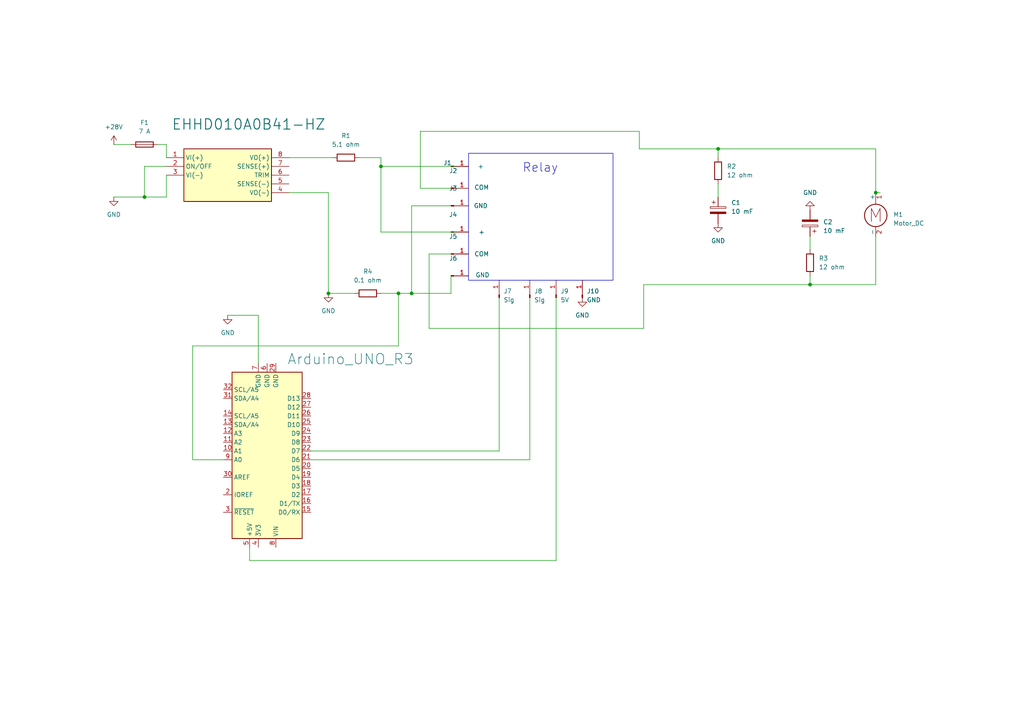
<source format=kicad_sch>
(kicad_sch (version 20250114) (generator "eeschema") (generator_version "9.0")
  (paper "A4")
  (title_block (title "Lockpin Control Schematic") (date "2025-05-30") (rev "1"))
  (lib_symbols
    (symbol "Connector:Conn_01x01_Pin" (pin_names (offset 1.016) (hide yes))
      (property "Reference" "J" (at 0 2.54 0))
      (property "Value" "Conn_01x01_Pin" (at 0 -2.54 0))
      (symbol "Conn_01x01_Pin_1_1"
        (rectangle (start 0.8636 0.127) (end 0 -0.127) (stroke (width 0.1524)) (fill (type outline)))
        (polyline (pts (xy 1.27 0) (xy 0.8636 0)) (stroke (width 0.1524)))
        (pin passive line (at 5.08 0 180) (length 3.81) (name "Pin_1") (number "1"))
      )
    )
    (symbol "Device:C_Polarized" (pin_numbers (hide yes)) (pin_names (offset 0.254))
      (property "Reference" "C" (at 0.635 2.54 0))
      (property "Value" "C_Polarized" (at 0.635 -2.54 0))
      (symbol "C_Polarized_0_1"
        (rectangle (start -2.286 0.508) (end 2.286 1.016))
        (polyline (pts (xy -1.778 2.286) (xy -0.762 2.286)))
        (polyline (pts (xy -1.27 2.794) (xy -1.27 1.778)))
        (rectangle (start 2.286 -0.508) (end -2.286 -1.016) (fill (type outline)))
      )
      (symbol "C_Polarized_1_1"
        (pin passive line (at 0 3.81 270) (length 2.794) (name "~") (number "1"))
        (pin passive line (at 0 -3.81 90) (length 2.794) (name "~") (number "2"))
      )
    )
    (symbol "Device:Fuse" (pin_numbers (hide yes)) (pin_names (offset 0))
      (property "Reference" "F" (at 2.032 0 90))
      (property "Value" "Fuse" (at -1.905 0 90))
      (symbol "Fuse_0_1"
        (rectangle (start -0.762 -2.54) (end 0.762 2.54) (stroke (width 0.254)))
        (polyline (pts (xy 0 2.54) (xy 0 -2.54)))
      )
      (symbol "Fuse_1_1"
        (pin passive line (at 0 3.81 270) (length 1.27) (name "~") (number "1"))
        (pin passive line (at 0 -3.81 90) (length 1.27) (name "~") (number "2"))
      )
    )
    (symbol "Device:R" (pin_numbers (hide yes)) (pin_names (offset 0))
      (property "Reference" "R" (at 2.032 0 90))
      (property "Value" "R" (at 0 0 90))
      (symbol "R_0_1"
        (rectangle (start -1.016 -2.54) (end 1.016 2.54) (stroke (width 0.254)))
      )
      (symbol "R_1_1"
        (pin passive line (at 0 3.81 270) (length 1.27) (name "~") (number "1"))
        (pin passive line (at 0 -3.81 90) (length 1.27) (name "~") (number "2"))
      )
    )
    (symbol "MCU_Module:Arduino_UNO_R3"
      (property "Reference" "A" (at -10.16 23.495 0))
      (property "Value" "Arduino_UNO_R3" (at 5.08 -26.67 0))
      (symbol "Arduino_UNO_R3_0_1"
        (rectangle (start -10.16 22.86) (end 10.16 -25.4) (stroke (width 0.254)) (fill (type background)))
      )
      (symbol "Arduino_UNO_R3_1_1"
        (pin bidirectional line (at -12.7 15.24 0) (length 2.54) (name "D0/RX") (number "15"))
        (pin bidirectional line (at -12.7 12.7 0) (length 2.54) (name "D1/TX") (number "16"))
        (pin bidirectional line (at -12.7 10.16 0) (length 2.54) (name "D2") (number "17"))
        (pin bidirectional line (at -12.7 7.62 0) (length 2.54) (name "D3") (number "18"))
        (pin bidirectional line (at -12.7 5.08 0) (length 2.54) (name "D4") (number "19"))
        (pin bidirectional line (at -12.7 2.54 0) (length 2.54) (name "D5") (number "20"))
        (pin bidirectional line (at -12.7 0 0) (length 2.54) (name "D6") (number "21"))
        (pin bidirectional line (at -12.7 -2.54 0) (length 2.54) (name "D7") (number "22"))
        (pin bidirectional line (at -12.7 -5.08 0) (length 2.54) (name "D8") (number "23"))
        (pin bidirectional line (at -12.7 -7.62 0) (length 2.54) (name "D9") (number "24"))
        (pin bidirectional line (at -12.7 -10.16 0) (length 2.54) (name "D10") (number "25"))
        (pin bidirectional line (at -12.7 -12.7 0) (length 2.54) (name "D11") (number "26"))
        (pin bidirectional line (at -12.7 -15.24 0) (length 2.54) (name "D12") (number "27"))
        (pin bidirectional line (at -12.7 -17.78 0) (length 2.54) (name "D13") (number "28"))
        (pin no_connect line (at -10.16 -20.32 0) (length 2.54) (hide yes) (name "NC") (number "1"))
        (pin power_in line (at -2.54 25.4 270) (length 2.54) (name "VIN") (number "8"))
        (pin power_in line (at -2.54 -27.94 90) (length 2.54) (name "GND") (number "29"))
        (pin power_in line (at 0 -27.94 90) (length 2.54) (name "GND") (number "6"))
        (pin power_out line (at 2.54 25.4 270) (length 2.54) (name "3V3") (number "4"))
        (pin power_in line (at 2.54 -27.94 90) (length 2.54) (name "GND") (number "7"))
        (pin power_out line (at 5.08 25.4 270) (length 2.54) (name "+5V") (number "5"))
        (pin input line (at 12.7 15.24 180) (length 2.54) (name "~{RESET}") (number "3"))
        (pin output line (at 12.7 10.16 180) (length 2.54) (name "IOREF") (number "2"))
        (pin input line (at 12.7 5.08 180) (length 2.54) (name "AREF") (number "30"))
        (pin bidirectional line (at 12.7 0 180) (length 2.54) (name "A0") (number "9"))
        (pin bidirectional line (at 12.7 -2.54 180) (length 2.54) (name "A1") (number "10"))
        (pin bidirectional line (at 12.7 -5.08 180) (length 2.54) (name "A2") (number "11"))
        (pin bidirectional line (at 12.7 -7.62 180) (length 2.54) (name "A3") (number "12"))
        (pin bidirectional line (at 12.7 -10.16 180) (length 2.54) (name "SDA/A4") (number "13"))
        (pin bidirectional line (at 12.7 -12.7 180) (length 2.54) (name "SCL/A5") (number "14"))
        (pin bidirectional line (at 12.7 -17.78 180) (length 2.54) (name "SDA/A4") (number "31"))
        (pin bidirectional line (at 12.7 -20.32 180) (length 2.54) (name "SCL/A5") (number "32"))
      )
    )
    (symbol "Motor:Motor_DC" (pin_names (offset 0))
      (property "Reference" "M" (at 2.54 2.54 0))
      (property "Value" "Motor_DC" (at 2.54 -5.08 0))
      (symbol "Motor_DC_0_0"
        (polyline (pts (xy -1.27 -3.302) (xy -1.27 0.508) (xy 0 -2.032) (xy 1.27 0.508) (xy 1.27 -3.302)))
      )
      (symbol "Motor_DC_0_1"
        (polyline (pts (xy 0 2.032) (xy 0 2.54)))
        (polyline (pts (xy 0 1.7272) (xy 0 2.0828)))
        (circle (center 0 -1.524) (radius 3.2512) (stroke (width 0.254)))
        (polyline (pts (xy 0 -4.7752) (xy 0 -5.1816)))
        (polyline (pts (xy 0 -7.62) (xy 0 -7.112)))
      )
      (symbol "Motor_DC_1_1"
        (pin passive line (at 0 5.08 270) (length 2.54) (name "+") (number "1"))
        (pin passive line (at 0 -7.62 90) (length 2.54) (name "-") (number "2"))
      )
    )
    (symbol "custom:EHHD010A0B41-HZ"
      (property "Reference" "T" (at 31.75 7.62 0))
      (property "Value" "EHHD010A0B41-HZ" (at 31.75 5.08 0))
      (symbol "EHHD010A0B41-HZ_1_1"
        (rectangle (start 5.08 2.54) (end 30.48 -12.7) (stroke (width 0.254)) (fill (type background)))
        (pin passive line (at 0 0 0) (length 5.08) (name "VI(+)") (number "1"))
        (pin passive line (at 0 -2.54 0) (length 5.08) (name "ON/OFF") (number "2"))
        (pin passive line (at 0 -5.08 0) (length 5.08) (name "VI(-)") (number "3"))
        (pin passive line (at 35.56 0 180) (length 5.08) (name "VO(+)") (number "8"))
        (pin passive line (at 35.56 -2.54 180) (length 5.08) (name "SENSE(+)") (number "7"))
        (pin passive line (at 35.56 -5.08 180) (length 5.08) (name "TRIM") (number "6"))
        (pin passive line (at 35.56 -7.62 180) (length 5.08) (name "SENSE(-)") (number "5"))
        (pin passive line (at 35.56 -10.16 180) (length 5.08) (name "VO(-)") (number "4"))
      )
    )
    (symbol "power:+28V" (power) (pin_numbers (hide yes)) (pin_names (offset 0) (hide yes))
      (property "Value" "+28V" (at 0 3.556 0))
      (symbol "+28V_0_1"
        (polyline (pts (xy -0.762 1.27) (xy 0 2.54)))
        (polyline (pts (xy 0 2.54) (xy 0.762 1.27)))
        (polyline (pts (xy 0 0) (xy 0 2.54)))
      )
      (symbol "+28V_1_1"
        (pin power_in line (at 0 0 90) (length 0) (name "~") (number "1"))
      )
    )
    (symbol "power:GND" (power) (pin_numbers (hide yes)) (pin_names (offset 0) (hide yes))
      (property "Value" "GND" (at 0 -3.81 0))
      (symbol "GND_0_1"
        (polyline (pts (xy 0 0) (xy 0 -1.27) (xy 1.27 -1.27) (xy 0 -2.54) (xy -1.27 -1.27) (xy 0 -1.27)))
      )
      (symbol "GND_1_1"
        (pin power_in line (at 0 0 270) (length 0) (name "~") (number "1"))
      )
    )
  )
  (rectangle (start 135.89 44.45) (end 177.8 81.28))
  (text "Relay\n" (at 156.718 48.768 0) (effects (font (size 2.54 2.54))))
  (junction (at 208.28 43.18))
  (junction (at 95.25 85.09))
  (junction (at 110.49 48.26))
  (junction (at 41.91 57.15))
  (junction (at 119.38 85.09))
  (junction (at 115.57 85.09))
  (junction (at 254 55.88))
  (junction (at 234.95 82.55))
  (wire (pts (xy 74.93 105.41) (xy 74.93 91.44)))
  (wire (pts (xy 55.88 100.33) (xy 115.57 100.33)))
  (wire (pts (xy 95.25 85.09) (xy 102.87 85.09)))
  (wire (pts (xy 72.39 158.75) (xy 72.39 162.56)))
  (wire (pts (xy 130.81 54.61) (xy 121.92 54.61)))
  (wire (pts (xy 33.02 57.15) (xy 41.91 57.15)))
  (wire (pts (xy 119.38 85.09) (xy 130.81 85.09)))
  (wire (pts (xy 55.88 133.35) (xy 55.88 100.33)))
  (wire (pts (xy 234.95 82.55) (xy 254 82.55)))
  (wire (pts (xy 72.39 162.56) (xy 161.29 162.56)))
  (wire (pts (xy 208.28 43.18) (xy 208.28 45.72)))
  (wire (pts (xy 208.28 43.18) (xy 254 43.18)))
  (wire (pts (xy 83.82 55.88) (xy 95.25 55.88)))
  (wire (pts (xy 144.78 86.36) (xy 144.78 130.81)))
  (wire (pts (xy 130.81 80.01) (xy 130.81 85.09)))
  (wire (pts (xy 121.92 54.61) (xy 121.92 38.1)))
  (wire (pts (xy 185.42 38.1) (xy 185.42 43.18)))
  (wire (pts (xy 185.42 43.18) (xy 208.28 43.18)))
  (wire (pts (xy 208.28 53.34) (xy 208.28 57.15)))
  (wire (pts (xy 90.17 130.81) (xy 144.78 130.81)))
  (wire (pts (xy 41.91 48.26) (xy 41.91 57.15)))
  (wire (pts (xy 234.95 68.58) (xy 234.95 72.39)))
  (wire (pts (xy 41.91 57.15) (xy 48.26 57.15)))
  (wire (pts (xy 74.93 91.44) (xy 66.04 91.44)))
  (wire (pts (xy 115.57 85.09) (xy 115.57 100.33)))
  (wire (pts (xy 48.26 57.15) (xy 48.26 50.8)))
  (wire (pts (xy 64.77 133.35) (xy 55.88 133.35)))
  (wire (pts (xy 95.25 55.88) (xy 95.25 85.09)))
  (wire (pts (xy 130.81 59.69) (xy 119.38 59.69)))
  (wire (pts (xy 104.14 45.72) (xy 110.49 45.72)))
  (wire (pts (xy 110.49 48.26) (xy 110.49 45.72)))
  (wire (pts (xy 83.82 45.72) (xy 96.52 45.72)))
  (wire (pts (xy 48.26 48.26) (xy 41.91 48.26)))
  (wire (pts (xy 45.72 41.91) (xy 48.26 41.91)))
  (wire (pts (xy 130.81 73.66) (xy 124.46 73.66)))
  (wire (pts (xy 161.29 86.36) (xy 161.29 162.56)))
  (wire (pts (xy 254 55.88) (xy 255.27 55.88)))
  (wire (pts (xy 48.26 41.91) (xy 48.26 45.72)))
  (wire (pts (xy 110.49 48.26) (xy 132.08 48.26)))
  (wire (pts (xy 124.46 95.25) (xy 186.69 95.25)))
  (wire (pts (xy 234.95 80.01) (xy 234.95 82.55)))
  (wire (pts (xy 132.08 67.31) (xy 110.49 67.31)))
  (wire (pts (xy 121.92 38.1) (xy 185.42 38.1)))
  (wire (pts (xy 153.67 86.36) (xy 153.67 133.35)))
  (wire (pts (xy 124.46 73.66) (xy 124.46 95.25)))
  (wire (pts (xy 254 68.58) (xy 254 82.55)))
  (wire (pts (xy 115.57 85.09) (xy 119.38 85.09)))
  (wire (pts (xy 153.67 133.35) (xy 90.17 133.35)))
  (wire (pts (xy 186.69 82.55) (xy 234.95 82.55)))
  (wire (pts (xy 186.69 95.25) (xy 186.69 82.55)))
  (wire (pts (xy 110.49 85.09) (xy 115.57 85.09)))
  (wire (pts (xy 110.49 67.31) (xy 110.49 48.26)))
  (wire (pts (xy 119.38 59.69) (xy 119.38 85.09)))
  (wire (pts (xy 254 43.18) (xy 254 55.88)))
  (wire (pts (xy 33.02 41.91) (xy 38.1 41.91)))
  (symbol (lib_id "custom:EHHD010A0B41-HZ") (at 48.26 45.72 0) (unit 1)
    (property "Reference" "T1" (effects (hide yes)))
    (property "Value" "EHHD010A0B41-HZ" (at 72.136 36.068 0) (effects (font (size 3 3) (thickness 0.254) (bold yes))))
    (property "Footprint" "EHHD010A0B41HZ" (effects (hide yes)))
    (property "Datasheet" "https://www.omnionpower.com/assets/pdfs/windchill/data-sheet/ehhd010_ds__btfqzz.pdf" (effects (hide yes)))
    (property "Description" "Module DC-DC 24V/48VIN 1-OUT 12V 10A 120W 8-Pin 1/8-Brick" (effects (hide yes)))
    (property "Mouser Part Number" "894-EHHD010A0B41-HZ" (effects (hide yes)))
    (property "Mouser Price/Stock" "https://www.mouser.co.uk/ProductDetail/OmniOn-Power/EHHD010A0B41-HZ?qs=b%252BbDuRW3oLz4pnH8mByNXg%3D%3D" (effects (hide yes)))
    (property "Manufacturer_Name" "OmniOn Power" (effects (hide yes)))
    (property "Manufacturer_Part_Number" "EHHD010A0B41-HZ" (effects (hide yes)))
  )
  (symbol (lib_id "Device:R") (at 208.28 49.53 0) (unit 1)
    (property "Reference" "R2" (at 210.82 48.2599 0) (effects (justify left)))
    (property "Value" "12 ohm" (at 210.82 50.7999 0) (effects (justify left)))
    (property "Description" "Resistor" (effects (hide yes)))
  )
  (symbol (lib_id "Connector:Conn_01x01_Pin") (at 161.29 86.36 90) (unit 1)
    (property "Reference" "J9" (at 162.56 84.4549 90) (effects (justify right)))
    (property "Value" "5V" (at 162.56 86.9949 90) (effects (justify right)))
    (property "Description" "Generic connector, single row, 01x01, script generated" (effects (hide yes)))
  )
  (symbol (lib_id "Device:R") (at 100.33 45.72 90) (unit 1)
    (property "Reference" "R1" (at 100.33 39.37 90))
    (property "Value" "5.1 ohm" (at 100.33 41.91 90))
    (property "Description" "Resistor" (effects (hide yes)))
  )
  (symbol (lib_id "power:GND") (at 66.04 91.44 0) (unit 1)
    (property "Reference" "#PWR08" (effects (hide yes)))
    (property "Value" "GND" (at 66.04 96.52 0))
    (property "Description" "Power symbol creates a global label with name \"GND\" , ground" (effects (hide yes)))
  )
  (symbol (lib_id "Connector:Conn_01x01_Pin") (at 153.67 86.36 90) (unit 1)
    (property "Reference" "J8" (at 154.94 84.4549 90) (effects (justify right)))
    (property "Value" "Sig" (at 154.94 86.9949 90) (effects (justify right)))
    (property "Description" "Generic connector, single row, 01x01, script generated" (effects (hide yes)))
  )
  (symbol (lib_id "Connector:Conn_01x01_Pin") (at 130.81 54.61 0) (unit 1)
    (property "Reference" "J2" (at 131.445 49.53 0))
    (property "Value" "COM" (at 139.7 54.356 0))
    (property "Description" "Generic connector, single row, 01x01, script generated" (effects (hide yes)))
  )
  (symbol (lib_id "Motor:Motor_DC") (at 254 60.96 0) (unit 1)
    (property "Reference" "M1" (at 259.08 62.2299 0) (effects (justify left)))
    (property "Value" "Motor_DC" (at 259.08 64.7699 0) (effects (justify left)))
    (property "Description" "DC Motor" (effects (hide yes)))
  )
  (symbol (lib_id "Device:Fuse") (at 41.91 41.91 90) (unit 1)
    (property "Reference" "F1" (at 41.91 35.56 90))
    (property "Value" "7 A" (at 41.91 38.1 90))
    (property "Description" "Fuse" (effects (hide yes)))
  )
  (symbol (lib_id "Device:C_Polarized") (at 208.28 60.96 0) (unit 1)
    (property "Reference" "C1" (at 212.09 58.8009 0) (effects (justify left)))
    (property "Value" "10 mF" (at 212.09 61.3409 0) (effects (justify left)))
    (property "Description" "Polarized capacitor" (effects (hide yes)))
  )
  (symbol (lib_id "power:GND") (at 168.91 86.36 0) (unit 1)
    (property "Reference" "#PWR04" (effects (hide yes)))
    (property "Value" "GND" (at 168.91 91.44 0))
    (property "Description" "Power symbol creates a global label with name \"GND\" , ground" (effects (hide yes)))
  )
  (symbol (lib_id "Connector:Conn_01x01_Pin") (at 130.81 59.69 0) (unit 1)
    (property "Reference" "J3" (at 131.445 54.61 0))
    (property "Value" "GND" (at 139.446 59.69 0))
    (property "Description" "Generic connector, single row, 01x01, script generated" (effects (hide yes)))
  )
  (symbol (lib_id "Device:C_Polarized") (at 234.95 64.77 180) (unit 1)
    (property "Reference" "C2" (at 238.76 64.3889 0) (effects (justify right)))
    (property "Value" "10 mF" (at 238.76 66.9289 0) (effects (justify right)))
    (property "Description" "Polarized capacitor" (effects (hide yes)))
  )
  (symbol (lib_id "power:GND") (at 234.95 60.96 180) (unit 1)
    (property "Reference" "#PWR07" (effects (hide yes)))
    (property "Value" "GND" (at 234.95 55.88 0))
    (property "Description" "Power symbol creates a global label with name \"GND\" , ground" (effects (hide yes)))
  )
  (symbol (lib_id "Connector:Conn_01x01_Pin") (at 130.81 73.66 0) (unit 1)
    (property "Reference" "J5" (at 131.445 68.58 0))
    (property "Value" "COM" (at 139.7 73.66 0))
    (property "Description" "Generic connector, single row, 01x01, script generated" (effects (hide yes)))
  )
  (symbol (lib_id "Device:R") (at 234.95 76.2 0) (unit 1)
    (property "Reference" "R3" (at 237.49 74.9299 0) (effects (justify left)))
    (property "Value" "12 ohm" (at 237.49 77.4699 0) (effects (justify left)))
    (property "Description" "Resistor" (effects (hide yes)))
  )
  (symbol (lib_id "Connector:Conn_01x01_Pin") (at 144.78 86.36 90) (unit 1)
    (property "Reference" "J7" (at 146.05 84.4549 90) (effects (justify right)))
    (property "Value" "Sig" (at 146.05 86.9949 90) (effects (justify right)))
    (property "Description" "Generic connector, single row, 01x01, script generated" (effects (hide yes)))
  )
  (symbol (lib_id "power:GND") (at 33.02 57.15 0) (unit 1)
    (property "Reference" "#PWR02" (effects (hide yes)))
    (property "Value" "GND" (at 33.02 62.23 0))
    (property "Description" "Power symbol creates a global label with name \"GND\" , ground" (effects (hide yes)))
  )
  (symbol (lib_id "Connector:Conn_01x01_Pin") (at 130.81 67.31 0) (unit 1)
    (property "Reference" "J4" (at 131.445 62.23 0))
    (property "Value" "+" (at 139.7 67.31 0))
    (property "Description" "Generic connector, single row, 01x01, script generated" (effects (hide yes)))
  )
  (symbol (lib_id "Connector:Conn_01x01_Pin") (at 130.81 80.01 0) (unit 1)
    (property "Reference" "J6" (at 131.445 74.93 0))
    (property "Value" "GND" (at 139.954 79.756 0))
    (property "Description" "Generic connector, single row, 01x01, script generated" (effects (hide yes)))
  )
  (symbol (lib_id "Device:R") (at 106.68 85.09 270) (unit 1)
    (property "Reference" "R4" (at 106.68 78.74 90))
    (property "Value" "0.1 ohm" (at 106.68 81.28 90))
    (property "Description" "Resistor" (effects (hide yes)))
  )
  (symbol (lib_id "Connector:Conn_01x01_Pin") (at 168.91 86.36 90) (unit 1)
    (property "Reference" "J10" (at 170.18 84.4549 90) (effects (justify right)))
    (property "Value" "GND" (at 170.18 86.9949 90) (effects (justify right)))
    (property "Description" "Generic connector, single row, 01x01, script generated" (effects (hide yes)))
  )
  (symbol (lib_id "power:GND") (at 95.25 85.09 0) (unit 1)
    (property "Reference" "#PWR03" (effects (hide yes)))
    (property "Value" "GND" (at 95.25 90.17 0))
    (property "Description" "Power symbol creates a global label with name \"GND\" , ground" (effects (hide yes)))
  )
  (symbol (lib_id "Connector:Conn_01x01_Pin") (at 130.81 48.26 0) (unit 1)
    (property "Reference" "J1" (at 129.794 47.244 0))
    (property "Value" "+" (at 139.446 48.26 0))
    (property "Description" "Generic connector, single row, 01x01, script generated" (effects (hide yes)))
  )
  (symbol (lib_id "MCU_Module:Arduino_UNO_R3") (at 77.47 133.35 180) (unit 1)
    (property "Reference" "A1" (effects (hide yes)))
    (property "Value" "Arduino_UNO_R3" (at 83.1281 104.14 0) (effects (font (size 3 3)) (justify right)))
    (property "Footprint" "Module:Arduino_UNO_R3" (effects (hide yes)))
    (property "Datasheet" "https://www.arduino.cc/en/Main/arduinoBoardUno" (effects (hide yes)))
    (property "Description" "Arduino UNO Microcontroller Module, release 3" (effects (hide yes)))
  )
  (symbol (lib_id "power:+28V") (at 33.02 41.91 0) (unit 1)
    (property "Reference" "#PWR01" (effects (hide yes)))
    (property "Value" "+28V" (at 33.02 36.83 0))
    (property "Description" "Power symbol creates a global label with name \"+28V\"" (effects (hide yes)))
  )
  (symbol (lib_id "power:GND") (at 208.28 64.77 0) (unit 1)
    (property "Reference" "#PWR06" (effects (hide yes)))
    (property "Value" "GND" (at 208.28 69.85 0))
    (property "Description" "Power symbol creates a global label with name \"GND\" , ground" (effects (hide yes)))
  )
)
</source>
